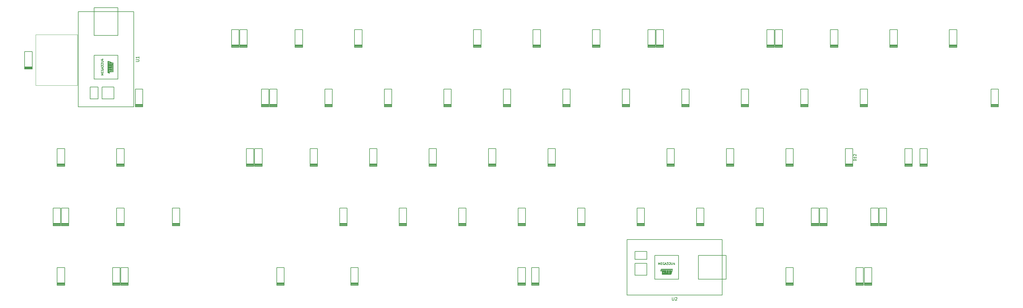
<source format=gbr>
%TF.GenerationSoftware,KiCad,Pcbnew,5.99.0+really5.1.10+dfsg1-1*%
%TF.CreationDate,2021-06-30T17:07:37-04:00*%
%TF.ProjectId,Pikatea Keyboard Teensy2,50696b61-7465-4612-904b-6579626f6172,rev?*%
%TF.SameCoordinates,Original*%
%TF.FileFunction,Legend,Top*%
%TF.FilePolarity,Positive*%
%FSLAX46Y46*%
G04 Gerber Fmt 4.6, Leading zero omitted, Abs format (unit mm)*
G04 Created by KiCad (PCBNEW 5.99.0+really5.1.10+dfsg1-1) date 2021-06-30 17:07:37*
%MOMM*%
%LPD*%
G01*
G04 APERTURE LIST*
%ADD10C,0.200000*%
%ADD11C,0.150000*%
%ADD12C,0.100000*%
%ADD13C,0.120000*%
G04 APERTURE END LIST*
D10*
%TO.C,D70*%
X11881000Y-133012000D02*
X14281000Y-133012000D01*
X11881000Y-133112000D02*
X14281000Y-133112000D01*
X11881000Y-133212000D02*
X14281000Y-133212000D01*
X11881000Y-133387000D02*
X14281000Y-133387000D01*
X11881000Y-133562000D02*
X14281000Y-133562000D01*
X11881000Y-133737000D02*
X14281000Y-133737000D01*
X11881000Y-133737000D02*
X11881000Y-128137000D01*
X11881000Y-128137000D02*
X14281000Y-128137000D01*
X14281000Y-128137000D02*
X14281000Y-133737000D01*
%TO.C,D69*%
X-35426500Y-82847000D02*
X-33026500Y-82847000D01*
X-35426500Y-82947000D02*
X-33026500Y-82947000D01*
X-35426500Y-83047000D02*
X-33026500Y-83047000D01*
X-35426500Y-83222000D02*
X-33026500Y-83222000D01*
X-35426500Y-83397000D02*
X-33026500Y-83397000D01*
X-35426500Y-83572000D02*
X-33026500Y-83572000D01*
X-35426500Y-83572000D02*
X-35426500Y-77972000D01*
X-35426500Y-77972000D02*
X-33026500Y-77972000D01*
X-33026500Y-77972000D02*
X-33026500Y-83572000D01*
%TO.C,D68*%
X30804000Y-75862000D02*
X33204000Y-75862000D01*
X30804000Y-75962000D02*
X33204000Y-75962000D01*
X30804000Y-76062000D02*
X33204000Y-76062000D01*
X30804000Y-76237000D02*
X33204000Y-76237000D01*
X30804000Y-76412000D02*
X33204000Y-76412000D01*
X30804000Y-76587000D02*
X33204000Y-76587000D01*
X30804000Y-76587000D02*
X30804000Y-70987000D01*
X30804000Y-70987000D02*
X33204000Y-70987000D01*
X33204000Y-70987000D02*
X33204000Y-76587000D01*
%TO.C,D67*%
X33471000Y-75862000D02*
X35871000Y-75862000D01*
X33471000Y-75962000D02*
X35871000Y-75962000D01*
X33471000Y-76062000D02*
X35871000Y-76062000D01*
X33471000Y-76237000D02*
X35871000Y-76237000D01*
X33471000Y-76412000D02*
X35871000Y-76412000D01*
X33471000Y-76587000D02*
X35871000Y-76587000D01*
X33471000Y-76587000D02*
X33471000Y-70987000D01*
X33471000Y-70987000D02*
X35871000Y-70987000D01*
X35871000Y-70987000D02*
X35871000Y-76587000D01*
%TO.C,D66*%
X51187500Y-75862000D02*
X53587500Y-75862000D01*
X51187500Y-75962000D02*
X53587500Y-75962000D01*
X51187500Y-76062000D02*
X53587500Y-76062000D01*
X51187500Y-76237000D02*
X53587500Y-76237000D01*
X51187500Y-76412000D02*
X53587500Y-76412000D01*
X51187500Y-76587000D02*
X53587500Y-76587000D01*
X51187500Y-76587000D02*
X51187500Y-70987000D01*
X51187500Y-70987000D02*
X53587500Y-70987000D01*
X53587500Y-70987000D02*
X53587500Y-76587000D01*
%TO.C,D65*%
X70237500Y-75862000D02*
X72637500Y-75862000D01*
X70237500Y-75962000D02*
X72637500Y-75962000D01*
X70237500Y-76062000D02*
X72637500Y-76062000D01*
X70237500Y-76237000D02*
X72637500Y-76237000D01*
X70237500Y-76412000D02*
X72637500Y-76412000D01*
X70237500Y-76587000D02*
X72637500Y-76587000D01*
X70237500Y-76587000D02*
X70237500Y-70987000D01*
X70237500Y-70987000D02*
X72637500Y-70987000D01*
X72637500Y-70987000D02*
X72637500Y-76587000D01*
%TO.C,D64*%
X108337500Y-75862000D02*
X110737500Y-75862000D01*
X108337500Y-75962000D02*
X110737500Y-75962000D01*
X108337500Y-76062000D02*
X110737500Y-76062000D01*
X108337500Y-76237000D02*
X110737500Y-76237000D01*
X108337500Y-76412000D02*
X110737500Y-76412000D01*
X108337500Y-76587000D02*
X110737500Y-76587000D01*
X108337500Y-76587000D02*
X108337500Y-70987000D01*
X108337500Y-70987000D02*
X110737500Y-70987000D01*
X110737500Y-70987000D02*
X110737500Y-76587000D01*
%TO.C,D63*%
X127387500Y-75862000D02*
X129787500Y-75862000D01*
X127387500Y-75962000D02*
X129787500Y-75962000D01*
X127387500Y-76062000D02*
X129787500Y-76062000D01*
X127387500Y-76237000D02*
X129787500Y-76237000D01*
X127387500Y-76412000D02*
X129787500Y-76412000D01*
X127387500Y-76587000D02*
X129787500Y-76587000D01*
X127387500Y-76587000D02*
X127387500Y-70987000D01*
X127387500Y-70987000D02*
X129787500Y-70987000D01*
X129787500Y-70987000D02*
X129787500Y-76587000D01*
%TO.C,D62*%
X146437500Y-75862000D02*
X148837500Y-75862000D01*
X146437500Y-75962000D02*
X148837500Y-75962000D01*
X146437500Y-76062000D02*
X148837500Y-76062000D01*
X146437500Y-76237000D02*
X148837500Y-76237000D01*
X146437500Y-76412000D02*
X148837500Y-76412000D01*
X146437500Y-76587000D02*
X148837500Y-76587000D01*
X146437500Y-76587000D02*
X146437500Y-70987000D01*
X146437500Y-70987000D02*
X148837500Y-70987000D01*
X148837500Y-70987000D02*
X148837500Y-76587000D01*
%TO.C,D61*%
X164154000Y-75862000D02*
X166554000Y-75862000D01*
X164154000Y-75962000D02*
X166554000Y-75962000D01*
X164154000Y-76062000D02*
X166554000Y-76062000D01*
X164154000Y-76237000D02*
X166554000Y-76237000D01*
X164154000Y-76412000D02*
X166554000Y-76412000D01*
X164154000Y-76587000D02*
X166554000Y-76587000D01*
X164154000Y-76587000D02*
X164154000Y-70987000D01*
X164154000Y-70987000D02*
X166554000Y-70987000D01*
X166554000Y-70987000D02*
X166554000Y-76587000D01*
%TO.C,D60*%
X166821000Y-75862000D02*
X169221000Y-75862000D01*
X166821000Y-75962000D02*
X169221000Y-75962000D01*
X166821000Y-76062000D02*
X169221000Y-76062000D01*
X166821000Y-76237000D02*
X169221000Y-76237000D01*
X166821000Y-76412000D02*
X169221000Y-76412000D01*
X166821000Y-76587000D02*
X169221000Y-76587000D01*
X166821000Y-76587000D02*
X166821000Y-70987000D01*
X166821000Y-70987000D02*
X169221000Y-70987000D01*
X169221000Y-70987000D02*
X169221000Y-76587000D01*
%TO.C,D59*%
X202254000Y-75862000D02*
X204654000Y-75862000D01*
X202254000Y-75962000D02*
X204654000Y-75962000D01*
X202254000Y-76062000D02*
X204654000Y-76062000D01*
X202254000Y-76237000D02*
X204654000Y-76237000D01*
X202254000Y-76412000D02*
X204654000Y-76412000D01*
X202254000Y-76587000D02*
X204654000Y-76587000D01*
X202254000Y-76587000D02*
X202254000Y-70987000D01*
X202254000Y-70987000D02*
X204654000Y-70987000D01*
X204654000Y-70987000D02*
X204654000Y-76587000D01*
%TO.C,D58*%
X204921000Y-75862000D02*
X207321000Y-75862000D01*
X204921000Y-75962000D02*
X207321000Y-75962000D01*
X204921000Y-76062000D02*
X207321000Y-76062000D01*
X204921000Y-76237000D02*
X207321000Y-76237000D01*
X204921000Y-76412000D02*
X207321000Y-76412000D01*
X204921000Y-76587000D02*
X207321000Y-76587000D01*
X204921000Y-76587000D02*
X204921000Y-70987000D01*
X204921000Y-70987000D02*
X207321000Y-70987000D01*
X207321000Y-70987000D02*
X207321000Y-76587000D01*
%TO.C,D57*%
X222637500Y-75862000D02*
X225037500Y-75862000D01*
X222637500Y-75962000D02*
X225037500Y-75962000D01*
X222637500Y-76062000D02*
X225037500Y-76062000D01*
X222637500Y-76237000D02*
X225037500Y-76237000D01*
X222637500Y-76412000D02*
X225037500Y-76412000D01*
X222637500Y-76587000D02*
X225037500Y-76587000D01*
X222637500Y-76587000D02*
X222637500Y-70987000D01*
X222637500Y-70987000D02*
X225037500Y-70987000D01*
X225037500Y-70987000D02*
X225037500Y-76587000D01*
%TO.C,D56*%
X241687500Y-75862000D02*
X244087500Y-75862000D01*
X241687500Y-75962000D02*
X244087500Y-75962000D01*
X241687500Y-76062000D02*
X244087500Y-76062000D01*
X241687500Y-76237000D02*
X244087500Y-76237000D01*
X241687500Y-76412000D02*
X244087500Y-76412000D01*
X241687500Y-76587000D02*
X244087500Y-76587000D01*
X241687500Y-76587000D02*
X241687500Y-70987000D01*
X241687500Y-70987000D02*
X244087500Y-70987000D01*
X244087500Y-70987000D02*
X244087500Y-76587000D01*
%TO.C,D54*%
X-26346000Y-133012000D02*
X-23946000Y-133012000D01*
X-26346000Y-133112000D02*
X-23946000Y-133112000D01*
X-26346000Y-133212000D02*
X-23946000Y-133212000D01*
X-26346000Y-133387000D02*
X-23946000Y-133387000D01*
X-26346000Y-133562000D02*
X-23946000Y-133562000D01*
X-26346000Y-133737000D02*
X-23946000Y-133737000D01*
X-26346000Y-133737000D02*
X-26346000Y-128137000D01*
X-26346000Y-128137000D02*
X-23946000Y-128137000D01*
X-23946000Y-128137000D02*
X-23946000Y-133737000D01*
%TO.C,D53*%
X-25012500Y-113962000D02*
X-22612500Y-113962000D01*
X-25012500Y-114062000D02*
X-22612500Y-114062000D01*
X-25012500Y-114162000D02*
X-22612500Y-114162000D01*
X-25012500Y-114337000D02*
X-22612500Y-114337000D01*
X-25012500Y-114512000D02*
X-22612500Y-114512000D01*
X-25012500Y-114687000D02*
X-22612500Y-114687000D01*
X-25012500Y-114687000D02*
X-25012500Y-109087000D01*
X-25012500Y-109087000D02*
X-22612500Y-109087000D01*
X-22612500Y-109087000D02*
X-22612500Y-114687000D01*
%TO.C,D52*%
X-25012500Y-152062000D02*
X-22612500Y-152062000D01*
X-25012500Y-152162000D02*
X-22612500Y-152162000D01*
X-25012500Y-152262000D02*
X-22612500Y-152262000D01*
X-25012500Y-152437000D02*
X-22612500Y-152437000D01*
X-25012500Y-152612000D02*
X-22612500Y-152612000D01*
X-25012500Y-152787000D02*
X-22612500Y-152787000D01*
X-25012500Y-152787000D02*
X-25012500Y-147187000D01*
X-25012500Y-147187000D02*
X-22612500Y-147187000D01*
X-22612500Y-147187000D02*
X-22612500Y-152787000D01*
%TO.C,D51*%
X-23679000Y-133012000D02*
X-21279000Y-133012000D01*
X-23679000Y-133112000D02*
X-21279000Y-133112000D01*
X-23679000Y-133212000D02*
X-21279000Y-133212000D01*
X-23679000Y-133387000D02*
X-21279000Y-133387000D01*
X-23679000Y-133562000D02*
X-21279000Y-133562000D01*
X-23679000Y-133737000D02*
X-21279000Y-133737000D01*
X-23679000Y-133737000D02*
X-23679000Y-128137000D01*
X-23679000Y-128137000D02*
X-21279000Y-128137000D01*
X-21279000Y-128137000D02*
X-21279000Y-133737000D01*
%TO.C,D50*%
X-5962500Y-113962000D02*
X-3562500Y-113962000D01*
X-5962500Y-114062000D02*
X-3562500Y-114062000D01*
X-5962500Y-114162000D02*
X-3562500Y-114162000D01*
X-5962500Y-114337000D02*
X-3562500Y-114337000D01*
X-5962500Y-114512000D02*
X-3562500Y-114512000D01*
X-5962500Y-114687000D02*
X-3562500Y-114687000D01*
X-5962500Y-114687000D02*
X-5962500Y-109087000D01*
X-5962500Y-109087000D02*
X-3562500Y-109087000D01*
X-3562500Y-109087000D02*
X-3562500Y-114687000D01*
%TO.C,D49*%
X-7296000Y-152062000D02*
X-4896000Y-152062000D01*
X-7296000Y-152162000D02*
X-4896000Y-152162000D01*
X-7296000Y-152262000D02*
X-4896000Y-152262000D01*
X-7296000Y-152437000D02*
X-4896000Y-152437000D01*
X-7296000Y-152612000D02*
X-4896000Y-152612000D01*
X-7296000Y-152787000D02*
X-4896000Y-152787000D01*
X-7296000Y-152787000D02*
X-7296000Y-147187000D01*
X-7296000Y-147187000D02*
X-4896000Y-147187000D01*
X-4896000Y-147187000D02*
X-4896000Y-152787000D01*
%TO.C,D48*%
X-5962500Y-133012000D02*
X-3562500Y-133012000D01*
X-5962500Y-133112000D02*
X-3562500Y-133112000D01*
X-5962500Y-133212000D02*
X-3562500Y-133212000D01*
X-5962500Y-133387000D02*
X-3562500Y-133387000D01*
X-5962500Y-133562000D02*
X-3562500Y-133562000D01*
X-5962500Y-133737000D02*
X-3562500Y-133737000D01*
X-5962500Y-133737000D02*
X-5962500Y-128137000D01*
X-5962500Y-128137000D02*
X-3562500Y-128137000D01*
X-3562500Y-128137000D02*
X-3562500Y-133737000D01*
%TO.C,D47*%
X6500Y-94912000D02*
X2406500Y-94912000D01*
X6500Y-95012000D02*
X2406500Y-95012000D01*
X6500Y-95112000D02*
X2406500Y-95112000D01*
X6500Y-95287000D02*
X2406500Y-95287000D01*
X6500Y-95462000D02*
X2406500Y-95462000D01*
X6500Y-95637000D02*
X2406500Y-95637000D01*
X6500Y-95637000D02*
X6500Y-90037000D01*
X6500Y-90037000D02*
X2406500Y-90037000D01*
X2406500Y-90037000D02*
X2406500Y-95637000D01*
%TO.C,D46*%
X-4629000Y-152062000D02*
X-2229000Y-152062000D01*
X-4629000Y-152162000D02*
X-2229000Y-152162000D01*
X-4629000Y-152262000D02*
X-2229000Y-152262000D01*
X-4629000Y-152437000D02*
X-2229000Y-152437000D01*
X-4629000Y-152612000D02*
X-2229000Y-152612000D01*
X-4629000Y-152787000D02*
X-2229000Y-152787000D01*
X-4629000Y-152787000D02*
X-4629000Y-147187000D01*
X-4629000Y-147187000D02*
X-2229000Y-147187000D01*
X-2229000Y-147187000D02*
X-2229000Y-152787000D01*
%TO.C,D45*%
X35566500Y-113962000D02*
X37966500Y-113962000D01*
X35566500Y-114062000D02*
X37966500Y-114062000D01*
X35566500Y-114162000D02*
X37966500Y-114162000D01*
X35566500Y-114337000D02*
X37966500Y-114337000D01*
X35566500Y-114512000D02*
X37966500Y-114512000D01*
X35566500Y-114687000D02*
X37966500Y-114687000D01*
X35566500Y-114687000D02*
X35566500Y-109087000D01*
X35566500Y-109087000D02*
X37966500Y-109087000D01*
X37966500Y-109087000D02*
X37966500Y-114687000D01*
%TO.C,D44*%
X40392500Y-94912000D02*
X42792500Y-94912000D01*
X40392500Y-95012000D02*
X42792500Y-95012000D01*
X40392500Y-95112000D02*
X42792500Y-95112000D01*
X40392500Y-95287000D02*
X42792500Y-95287000D01*
X40392500Y-95462000D02*
X42792500Y-95462000D01*
X40392500Y-95637000D02*
X42792500Y-95637000D01*
X40392500Y-95637000D02*
X40392500Y-90037000D01*
X40392500Y-90037000D02*
X42792500Y-90037000D01*
X42792500Y-90037000D02*
X42792500Y-95637000D01*
%TO.C,D43*%
X45282000Y-152062000D02*
X47682000Y-152062000D01*
X45282000Y-152162000D02*
X47682000Y-152162000D01*
X45282000Y-152262000D02*
X47682000Y-152262000D01*
X45282000Y-152437000D02*
X47682000Y-152437000D01*
X45282000Y-152612000D02*
X47682000Y-152612000D01*
X45282000Y-152787000D02*
X47682000Y-152787000D01*
X45282000Y-152787000D02*
X45282000Y-147187000D01*
X45282000Y-147187000D02*
X47682000Y-147187000D01*
X47682000Y-147187000D02*
X47682000Y-152787000D01*
%TO.C,D42*%
X38233500Y-113962000D02*
X40633500Y-113962000D01*
X38233500Y-114062000D02*
X40633500Y-114062000D01*
X38233500Y-114162000D02*
X40633500Y-114162000D01*
X38233500Y-114337000D02*
X40633500Y-114337000D01*
X38233500Y-114512000D02*
X40633500Y-114512000D01*
X38233500Y-114687000D02*
X40633500Y-114687000D01*
X38233500Y-114687000D02*
X38233500Y-109087000D01*
X38233500Y-109087000D02*
X40633500Y-109087000D01*
X40633500Y-109087000D02*
X40633500Y-114687000D01*
%TO.C,D41*%
X42996000Y-94912000D02*
X45396000Y-94912000D01*
X42996000Y-95012000D02*
X45396000Y-95012000D01*
X42996000Y-95112000D02*
X45396000Y-95112000D01*
X42996000Y-95287000D02*
X45396000Y-95287000D01*
X42996000Y-95462000D02*
X45396000Y-95462000D01*
X42996000Y-95637000D02*
X45396000Y-95637000D01*
X42996000Y-95637000D02*
X42996000Y-90037000D01*
X42996000Y-90037000D02*
X45396000Y-90037000D01*
X45396000Y-90037000D02*
X45396000Y-95637000D01*
%TO.C,D40*%
X69031000Y-152062000D02*
X71431000Y-152062000D01*
X69031000Y-152162000D02*
X71431000Y-152162000D01*
X69031000Y-152262000D02*
X71431000Y-152262000D01*
X69031000Y-152437000D02*
X71431000Y-152437000D01*
X69031000Y-152612000D02*
X71431000Y-152612000D01*
X69031000Y-152787000D02*
X71431000Y-152787000D01*
X69031000Y-152787000D02*
X69031000Y-147187000D01*
X69031000Y-147187000D02*
X71431000Y-147187000D01*
X71431000Y-147187000D02*
X71431000Y-152787000D01*
%TO.C,D39*%
X65475000Y-133012000D02*
X67875000Y-133012000D01*
X65475000Y-133112000D02*
X67875000Y-133112000D01*
X65475000Y-133212000D02*
X67875000Y-133212000D01*
X65475000Y-133387000D02*
X67875000Y-133387000D01*
X65475000Y-133562000D02*
X67875000Y-133562000D01*
X65475000Y-133737000D02*
X67875000Y-133737000D01*
X65475000Y-133737000D02*
X65475000Y-128137000D01*
X65475000Y-128137000D02*
X67875000Y-128137000D01*
X67875000Y-128137000D02*
X67875000Y-133737000D01*
%TO.C,D38*%
X55950000Y-113962000D02*
X58350000Y-113962000D01*
X55950000Y-114062000D02*
X58350000Y-114062000D01*
X55950000Y-114162000D02*
X58350000Y-114162000D01*
X55950000Y-114337000D02*
X58350000Y-114337000D01*
X55950000Y-114512000D02*
X58350000Y-114512000D01*
X55950000Y-114687000D02*
X58350000Y-114687000D01*
X55950000Y-114687000D02*
X55950000Y-109087000D01*
X55950000Y-109087000D02*
X58350000Y-109087000D01*
X58350000Y-109087000D02*
X58350000Y-114687000D01*
%TO.C,D37*%
X60712500Y-94912000D02*
X63112500Y-94912000D01*
X60712500Y-95012000D02*
X63112500Y-95012000D01*
X60712500Y-95112000D02*
X63112500Y-95112000D01*
X60712500Y-95287000D02*
X63112500Y-95287000D01*
X60712500Y-95462000D02*
X63112500Y-95462000D01*
X60712500Y-95637000D02*
X63112500Y-95637000D01*
X60712500Y-95637000D02*
X60712500Y-90037000D01*
X60712500Y-90037000D02*
X63112500Y-90037000D01*
X63112500Y-90037000D02*
X63112500Y-95637000D01*
%TO.C,D36*%
X122561500Y-152062000D02*
X124961500Y-152062000D01*
X122561500Y-152162000D02*
X124961500Y-152162000D01*
X122561500Y-152262000D02*
X124961500Y-152262000D01*
X122561500Y-152437000D02*
X124961500Y-152437000D01*
X122561500Y-152612000D02*
X124961500Y-152612000D01*
X122561500Y-152787000D02*
X124961500Y-152787000D01*
X122561500Y-152787000D02*
X122561500Y-147187000D01*
X122561500Y-147187000D02*
X124961500Y-147187000D01*
X124961500Y-147187000D02*
X124961500Y-152787000D01*
%TO.C,D35*%
X84525000Y-133012000D02*
X86925000Y-133012000D01*
X84525000Y-133112000D02*
X86925000Y-133112000D01*
X84525000Y-133212000D02*
X86925000Y-133212000D01*
X84525000Y-133387000D02*
X86925000Y-133387000D01*
X84525000Y-133562000D02*
X86925000Y-133562000D01*
X84525000Y-133737000D02*
X86925000Y-133737000D01*
X84525000Y-133737000D02*
X84525000Y-128137000D01*
X84525000Y-128137000D02*
X86925000Y-128137000D01*
X86925000Y-128137000D02*
X86925000Y-133737000D01*
%TO.C,D34*%
X75000000Y-113962000D02*
X77400000Y-113962000D01*
X75000000Y-114062000D02*
X77400000Y-114062000D01*
X75000000Y-114162000D02*
X77400000Y-114162000D01*
X75000000Y-114337000D02*
X77400000Y-114337000D01*
X75000000Y-114512000D02*
X77400000Y-114512000D01*
X75000000Y-114687000D02*
X77400000Y-114687000D01*
X75000000Y-114687000D02*
X75000000Y-109087000D01*
X75000000Y-109087000D02*
X77400000Y-109087000D01*
X77400000Y-109087000D02*
X77400000Y-114687000D01*
%TO.C,D33*%
X79762500Y-94912000D02*
X82162500Y-94912000D01*
X79762500Y-95012000D02*
X82162500Y-95012000D01*
X79762500Y-95112000D02*
X82162500Y-95112000D01*
X79762500Y-95287000D02*
X82162500Y-95287000D01*
X79762500Y-95462000D02*
X82162500Y-95462000D01*
X79762500Y-95637000D02*
X82162500Y-95637000D01*
X79762500Y-95637000D02*
X79762500Y-90037000D01*
X79762500Y-90037000D02*
X82162500Y-90037000D01*
X82162500Y-90037000D02*
X82162500Y-95637000D01*
%TO.C,D32*%
X103575000Y-133012000D02*
X105975000Y-133012000D01*
X103575000Y-133112000D02*
X105975000Y-133112000D01*
X103575000Y-133212000D02*
X105975000Y-133212000D01*
X103575000Y-133387000D02*
X105975000Y-133387000D01*
X103575000Y-133562000D02*
X105975000Y-133562000D01*
X103575000Y-133737000D02*
X105975000Y-133737000D01*
X103575000Y-133737000D02*
X103575000Y-128137000D01*
X103575000Y-128137000D02*
X105975000Y-128137000D01*
X105975000Y-128137000D02*
X105975000Y-133737000D01*
%TO.C,D31*%
X94050000Y-113962000D02*
X96450000Y-113962000D01*
X94050000Y-114062000D02*
X96450000Y-114062000D01*
X94050000Y-114162000D02*
X96450000Y-114162000D01*
X94050000Y-114337000D02*
X96450000Y-114337000D01*
X94050000Y-114512000D02*
X96450000Y-114512000D01*
X94050000Y-114687000D02*
X96450000Y-114687000D01*
X94050000Y-114687000D02*
X94050000Y-109087000D01*
X94050000Y-109087000D02*
X96450000Y-109087000D01*
X96450000Y-109087000D02*
X96450000Y-114687000D01*
%TO.C,D30*%
X98812500Y-94912000D02*
X101212500Y-94912000D01*
X98812500Y-95012000D02*
X101212500Y-95012000D01*
X98812500Y-95112000D02*
X101212500Y-95112000D01*
X98812500Y-95287000D02*
X101212500Y-95287000D01*
X98812500Y-95462000D02*
X101212500Y-95462000D01*
X98812500Y-95637000D02*
X101212500Y-95637000D01*
X98812500Y-95637000D02*
X98812500Y-90037000D01*
X98812500Y-90037000D02*
X101212500Y-90037000D01*
X101212500Y-90037000D02*
X101212500Y-95637000D01*
%TO.C,D29*%
X122625000Y-133012000D02*
X125025000Y-133012000D01*
X122625000Y-133112000D02*
X125025000Y-133112000D01*
X122625000Y-133212000D02*
X125025000Y-133212000D01*
X122625000Y-133387000D02*
X125025000Y-133387000D01*
X122625000Y-133562000D02*
X125025000Y-133562000D01*
X122625000Y-133737000D02*
X125025000Y-133737000D01*
X122625000Y-133737000D02*
X122625000Y-128137000D01*
X122625000Y-128137000D02*
X125025000Y-128137000D01*
X125025000Y-128137000D02*
X125025000Y-133737000D01*
%TO.C,D28*%
X113100000Y-113962000D02*
X115500000Y-113962000D01*
X113100000Y-114062000D02*
X115500000Y-114062000D01*
X113100000Y-114162000D02*
X115500000Y-114162000D01*
X113100000Y-114337000D02*
X115500000Y-114337000D01*
X113100000Y-114512000D02*
X115500000Y-114512000D01*
X113100000Y-114687000D02*
X115500000Y-114687000D01*
X113100000Y-114687000D02*
X113100000Y-109087000D01*
X113100000Y-109087000D02*
X115500000Y-109087000D01*
X115500000Y-109087000D02*
X115500000Y-114687000D01*
%TO.C,D27*%
X117862500Y-94912000D02*
X120262500Y-94912000D01*
X117862500Y-95012000D02*
X120262500Y-95012000D01*
X117862500Y-95112000D02*
X120262500Y-95112000D01*
X117862500Y-95287000D02*
X120262500Y-95287000D01*
X117862500Y-95462000D02*
X120262500Y-95462000D01*
X117862500Y-95637000D02*
X120262500Y-95637000D01*
X117862500Y-95637000D02*
X117862500Y-90037000D01*
X117862500Y-90037000D02*
X120262500Y-90037000D01*
X120262500Y-90037000D02*
X120262500Y-95637000D01*
%TO.C,D26*%
X141675000Y-133012000D02*
X144075000Y-133012000D01*
X141675000Y-133112000D02*
X144075000Y-133112000D01*
X141675000Y-133212000D02*
X144075000Y-133212000D01*
X141675000Y-133387000D02*
X144075000Y-133387000D01*
X141675000Y-133562000D02*
X144075000Y-133562000D01*
X141675000Y-133737000D02*
X144075000Y-133737000D01*
X141675000Y-133737000D02*
X141675000Y-128137000D01*
X141675000Y-128137000D02*
X144075000Y-128137000D01*
X144075000Y-128137000D02*
X144075000Y-133737000D01*
%TO.C,D25*%
X132150000Y-113962000D02*
X134550000Y-113962000D01*
X132150000Y-114062000D02*
X134550000Y-114062000D01*
X132150000Y-114162000D02*
X134550000Y-114162000D01*
X132150000Y-114337000D02*
X134550000Y-114337000D01*
X132150000Y-114512000D02*
X134550000Y-114512000D01*
X132150000Y-114687000D02*
X134550000Y-114687000D01*
X132150000Y-114687000D02*
X132150000Y-109087000D01*
X132150000Y-109087000D02*
X134550000Y-109087000D01*
X134550000Y-109087000D02*
X134550000Y-114687000D01*
%TO.C,D24*%
X126943000Y-152062000D02*
X129343000Y-152062000D01*
X126943000Y-152162000D02*
X129343000Y-152162000D01*
X126943000Y-152262000D02*
X129343000Y-152262000D01*
X126943000Y-152437000D02*
X129343000Y-152437000D01*
X126943000Y-152612000D02*
X129343000Y-152612000D01*
X126943000Y-152787000D02*
X129343000Y-152787000D01*
X126943000Y-152787000D02*
X126943000Y-147187000D01*
X126943000Y-147187000D02*
X129343000Y-147187000D01*
X129343000Y-147187000D02*
X129343000Y-152787000D01*
%TO.C,D23*%
X136912500Y-94912000D02*
X139312500Y-94912000D01*
X136912500Y-95012000D02*
X139312500Y-95012000D01*
X136912500Y-95112000D02*
X139312500Y-95112000D01*
X136912500Y-95287000D02*
X139312500Y-95287000D01*
X136912500Y-95462000D02*
X139312500Y-95462000D01*
X136912500Y-95637000D02*
X139312500Y-95637000D01*
X136912500Y-95637000D02*
X136912500Y-90037000D01*
X136912500Y-90037000D02*
X139312500Y-90037000D01*
X139312500Y-90037000D02*
X139312500Y-95637000D01*
%TO.C,D22*%
X160725000Y-133012000D02*
X163125000Y-133012000D01*
X160725000Y-133112000D02*
X163125000Y-133112000D01*
X160725000Y-133212000D02*
X163125000Y-133212000D01*
X160725000Y-133387000D02*
X163125000Y-133387000D01*
X160725000Y-133562000D02*
X163125000Y-133562000D01*
X160725000Y-133737000D02*
X163125000Y-133737000D01*
X160725000Y-133737000D02*
X160725000Y-128137000D01*
X160725000Y-128137000D02*
X163125000Y-128137000D01*
X163125000Y-128137000D02*
X163125000Y-133737000D01*
%TO.C,D21*%
X170250000Y-113962000D02*
X172650000Y-113962000D01*
X170250000Y-114062000D02*
X172650000Y-114062000D01*
X170250000Y-114162000D02*
X172650000Y-114162000D01*
X170250000Y-114337000D02*
X172650000Y-114337000D01*
X170250000Y-114512000D02*
X172650000Y-114512000D01*
X170250000Y-114687000D02*
X172650000Y-114687000D01*
X170250000Y-114687000D02*
X170250000Y-109087000D01*
X170250000Y-109087000D02*
X172650000Y-109087000D01*
X172650000Y-109087000D02*
X172650000Y-114687000D01*
%TO.C,D20*%
X155962500Y-94912000D02*
X158362500Y-94912000D01*
X155962500Y-95012000D02*
X158362500Y-95012000D01*
X155962500Y-95112000D02*
X158362500Y-95112000D01*
X155962500Y-95287000D02*
X158362500Y-95287000D01*
X155962500Y-95462000D02*
X158362500Y-95462000D01*
X155962500Y-95637000D02*
X158362500Y-95637000D01*
X155962500Y-95637000D02*
X155962500Y-90037000D01*
X155962500Y-90037000D02*
X158362500Y-90037000D01*
X158362500Y-90037000D02*
X158362500Y-95637000D01*
%TO.C,D19*%
X179775000Y-133012000D02*
X182175000Y-133012000D01*
X179775000Y-133112000D02*
X182175000Y-133112000D01*
X179775000Y-133212000D02*
X182175000Y-133212000D01*
X179775000Y-133387000D02*
X182175000Y-133387000D01*
X179775000Y-133562000D02*
X182175000Y-133562000D01*
X179775000Y-133737000D02*
X182175000Y-133737000D01*
X179775000Y-133737000D02*
X179775000Y-128137000D01*
X179775000Y-128137000D02*
X182175000Y-128137000D01*
X182175000Y-128137000D02*
X182175000Y-133737000D01*
%TO.C,D18*%
X189300000Y-113962000D02*
X191700000Y-113962000D01*
X189300000Y-114062000D02*
X191700000Y-114062000D01*
X189300000Y-114162000D02*
X191700000Y-114162000D01*
X189300000Y-114337000D02*
X191700000Y-114337000D01*
X189300000Y-114512000D02*
X191700000Y-114512000D01*
X189300000Y-114687000D02*
X191700000Y-114687000D01*
X189300000Y-114687000D02*
X189300000Y-109087000D01*
X189300000Y-109087000D02*
X191700000Y-109087000D01*
X191700000Y-109087000D02*
X191700000Y-114687000D01*
%TO.C,D17*%
X175012500Y-94912000D02*
X177412500Y-94912000D01*
X175012500Y-95012000D02*
X177412500Y-95012000D01*
X175012500Y-95112000D02*
X177412500Y-95112000D01*
X175012500Y-95287000D02*
X177412500Y-95287000D01*
X175012500Y-95462000D02*
X177412500Y-95462000D01*
X175012500Y-95637000D02*
X177412500Y-95637000D01*
X175012500Y-95637000D02*
X175012500Y-90037000D01*
X175012500Y-90037000D02*
X177412500Y-90037000D01*
X177412500Y-90037000D02*
X177412500Y-95637000D01*
%TO.C,D16*%
X198825000Y-133012000D02*
X201225000Y-133012000D01*
X198825000Y-133112000D02*
X201225000Y-133112000D01*
X198825000Y-133212000D02*
X201225000Y-133212000D01*
X198825000Y-133387000D02*
X201225000Y-133387000D01*
X198825000Y-133562000D02*
X201225000Y-133562000D01*
X198825000Y-133737000D02*
X201225000Y-133737000D01*
X198825000Y-133737000D02*
X198825000Y-128137000D01*
X198825000Y-128137000D02*
X201225000Y-128137000D01*
X201225000Y-128137000D02*
X201225000Y-133737000D01*
%TO.C,D15*%
X208350000Y-113962000D02*
X210750000Y-113962000D01*
X208350000Y-114062000D02*
X210750000Y-114062000D01*
X208350000Y-114162000D02*
X210750000Y-114162000D01*
X208350000Y-114337000D02*
X210750000Y-114337000D01*
X208350000Y-114512000D02*
X210750000Y-114512000D01*
X208350000Y-114687000D02*
X210750000Y-114687000D01*
X208350000Y-114687000D02*
X208350000Y-109087000D01*
X208350000Y-109087000D02*
X210750000Y-109087000D01*
X210750000Y-109087000D02*
X210750000Y-114687000D01*
%TO.C,D14*%
X194062500Y-94912000D02*
X196462500Y-94912000D01*
X194062500Y-95012000D02*
X196462500Y-95012000D01*
X194062500Y-95112000D02*
X196462500Y-95112000D01*
X194062500Y-95287000D02*
X196462500Y-95287000D01*
X194062500Y-95462000D02*
X196462500Y-95462000D01*
X194062500Y-95637000D02*
X196462500Y-95637000D01*
X194062500Y-95637000D02*
X194062500Y-90037000D01*
X194062500Y-90037000D02*
X196462500Y-90037000D01*
X196462500Y-90037000D02*
X196462500Y-95637000D01*
%TO.C,D13*%
X216541500Y-133012000D02*
X218941500Y-133012000D01*
X216541500Y-133112000D02*
X218941500Y-133112000D01*
X216541500Y-133212000D02*
X218941500Y-133212000D01*
X216541500Y-133387000D02*
X218941500Y-133387000D01*
X216541500Y-133562000D02*
X218941500Y-133562000D01*
X216541500Y-133737000D02*
X218941500Y-133737000D01*
X216541500Y-133737000D02*
X216541500Y-128137000D01*
X216541500Y-128137000D02*
X218941500Y-128137000D01*
X218941500Y-128137000D02*
X218941500Y-133737000D01*
%TO.C,D12*%
X227400000Y-113962000D02*
X229800000Y-113962000D01*
X227400000Y-114062000D02*
X229800000Y-114062000D01*
X227400000Y-114162000D02*
X229800000Y-114162000D01*
X227400000Y-114337000D02*
X229800000Y-114337000D01*
X227400000Y-114512000D02*
X229800000Y-114512000D01*
X227400000Y-114687000D02*
X229800000Y-114687000D01*
X227400000Y-114687000D02*
X227400000Y-109087000D01*
X227400000Y-109087000D02*
X229800000Y-109087000D01*
X229800000Y-109087000D02*
X229800000Y-114687000D01*
%TO.C,D11*%
X213112500Y-94912000D02*
X215512500Y-94912000D01*
X213112500Y-95012000D02*
X215512500Y-95012000D01*
X213112500Y-95112000D02*
X215512500Y-95112000D01*
X213112500Y-95287000D02*
X215512500Y-95287000D01*
X213112500Y-95462000D02*
X215512500Y-95462000D01*
X213112500Y-95637000D02*
X215512500Y-95637000D01*
X213112500Y-95637000D02*
X213112500Y-90037000D01*
X213112500Y-90037000D02*
X215512500Y-90037000D01*
X215512500Y-90037000D02*
X215512500Y-95637000D01*
%TO.C,D10*%
X219208500Y-133012000D02*
X221608500Y-133012000D01*
X219208500Y-133112000D02*
X221608500Y-133112000D01*
X219208500Y-133212000D02*
X221608500Y-133212000D01*
X219208500Y-133387000D02*
X221608500Y-133387000D01*
X219208500Y-133562000D02*
X221608500Y-133562000D01*
X219208500Y-133737000D02*
X221608500Y-133737000D01*
X219208500Y-133737000D02*
X219208500Y-128137000D01*
X219208500Y-128137000D02*
X221608500Y-128137000D01*
X221608500Y-128137000D02*
X221608500Y-133737000D01*
%TO.C,D9*%
X208350000Y-152062000D02*
X210750000Y-152062000D01*
X208350000Y-152162000D02*
X210750000Y-152162000D01*
X208350000Y-152262000D02*
X210750000Y-152262000D01*
X208350000Y-152437000D02*
X210750000Y-152437000D01*
X208350000Y-152612000D02*
X210750000Y-152612000D01*
X208350000Y-152787000D02*
X210750000Y-152787000D01*
X208350000Y-152787000D02*
X208350000Y-147187000D01*
X208350000Y-147187000D02*
X210750000Y-147187000D01*
X210750000Y-147187000D02*
X210750000Y-152787000D01*
%TO.C,D8*%
X246450000Y-113962000D02*
X248850000Y-113962000D01*
X246450000Y-114062000D02*
X248850000Y-114062000D01*
X246450000Y-114162000D02*
X248850000Y-114162000D01*
X246450000Y-114337000D02*
X248850000Y-114337000D01*
X246450000Y-114512000D02*
X248850000Y-114512000D01*
X246450000Y-114687000D02*
X248850000Y-114687000D01*
X246450000Y-114687000D02*
X246450000Y-109087000D01*
X246450000Y-109087000D02*
X248850000Y-109087000D01*
X248850000Y-109087000D02*
X248850000Y-114687000D01*
%TO.C,D7*%
X232162500Y-94912000D02*
X234562500Y-94912000D01*
X232162500Y-95012000D02*
X234562500Y-95012000D01*
X232162500Y-95112000D02*
X234562500Y-95112000D01*
X232162500Y-95287000D02*
X234562500Y-95287000D01*
X232162500Y-95462000D02*
X234562500Y-95462000D01*
X232162500Y-95637000D02*
X234562500Y-95637000D01*
X232162500Y-95637000D02*
X232162500Y-90037000D01*
X232162500Y-90037000D02*
X234562500Y-90037000D01*
X234562500Y-90037000D02*
X234562500Y-95637000D01*
%TO.C,D6*%
X235591500Y-133012000D02*
X237991500Y-133012000D01*
X235591500Y-133112000D02*
X237991500Y-133112000D01*
X235591500Y-133212000D02*
X237991500Y-133212000D01*
X235591500Y-133387000D02*
X237991500Y-133387000D01*
X235591500Y-133562000D02*
X237991500Y-133562000D01*
X235591500Y-133737000D02*
X237991500Y-133737000D01*
X235591500Y-133737000D02*
X235591500Y-128137000D01*
X235591500Y-128137000D02*
X237991500Y-128137000D01*
X237991500Y-128137000D02*
X237991500Y-133737000D01*
%TO.C,D5*%
X230829000Y-152062000D02*
X233229000Y-152062000D01*
X230829000Y-152162000D02*
X233229000Y-152162000D01*
X230829000Y-152262000D02*
X233229000Y-152262000D01*
X230829000Y-152437000D02*
X233229000Y-152437000D01*
X230829000Y-152612000D02*
X233229000Y-152612000D01*
X230829000Y-152787000D02*
X233229000Y-152787000D01*
X230829000Y-152787000D02*
X230829000Y-147187000D01*
X230829000Y-147187000D02*
X233229000Y-147187000D01*
X233229000Y-147187000D02*
X233229000Y-152787000D01*
%TO.C,D4*%
X238258500Y-133012000D02*
X240658500Y-133012000D01*
X238258500Y-133112000D02*
X240658500Y-133112000D01*
X238258500Y-133212000D02*
X240658500Y-133212000D01*
X238258500Y-133387000D02*
X240658500Y-133387000D01*
X238258500Y-133562000D02*
X240658500Y-133562000D01*
X238258500Y-133737000D02*
X240658500Y-133737000D01*
X238258500Y-133737000D02*
X238258500Y-128137000D01*
X238258500Y-128137000D02*
X240658500Y-128137000D01*
X240658500Y-128137000D02*
X240658500Y-133737000D01*
%TO.C,D3*%
X251276000Y-113962000D02*
X253676000Y-113962000D01*
X251276000Y-114062000D02*
X253676000Y-114062000D01*
X251276000Y-114162000D02*
X253676000Y-114162000D01*
X251276000Y-114337000D02*
X253676000Y-114337000D01*
X251276000Y-114512000D02*
X253676000Y-114512000D01*
X251276000Y-114687000D02*
X253676000Y-114687000D01*
X251276000Y-114687000D02*
X251276000Y-109087000D01*
X251276000Y-109087000D02*
X253676000Y-109087000D01*
X253676000Y-109087000D02*
X253676000Y-114687000D01*
%TO.C,D2*%
X274072500Y-94912000D02*
X276472500Y-94912000D01*
X274072500Y-95012000D02*
X276472500Y-95012000D01*
X274072500Y-95112000D02*
X276472500Y-95112000D01*
X274072500Y-95287000D02*
X276472500Y-95287000D01*
X274072500Y-95462000D02*
X276472500Y-95462000D01*
X274072500Y-95637000D02*
X276472500Y-95637000D01*
X274072500Y-95637000D02*
X274072500Y-90037000D01*
X274072500Y-90037000D02*
X276472500Y-90037000D01*
X276472500Y-90037000D02*
X276472500Y-95637000D01*
%TO.C,D1*%
X233496000Y-152062000D02*
X235896000Y-152062000D01*
X233496000Y-152162000D02*
X235896000Y-152162000D01*
X233496000Y-152262000D02*
X235896000Y-152262000D01*
X233496000Y-152437000D02*
X235896000Y-152437000D01*
X233496000Y-152612000D02*
X235896000Y-152612000D01*
X233496000Y-152787000D02*
X235896000Y-152787000D01*
X233496000Y-152787000D02*
X233496000Y-147187000D01*
X233496000Y-147187000D02*
X235896000Y-147187000D01*
X235896000Y-147187000D02*
X235896000Y-152787000D01*
%TO.C,D55*%
X260737500Y-75862000D02*
X263137500Y-75862000D01*
X260737500Y-75962000D02*
X263137500Y-75962000D01*
X260737500Y-76062000D02*
X263137500Y-76062000D01*
X260737500Y-76237000D02*
X263137500Y-76237000D01*
X260737500Y-76412000D02*
X263137500Y-76412000D01*
X260737500Y-76587000D02*
X263137500Y-76587000D01*
X260737500Y-76587000D02*
X260737500Y-70987000D01*
X260737500Y-70987000D02*
X263137500Y-70987000D01*
X263137500Y-70987000D02*
X263137500Y-76587000D01*
D11*
%TO.C,U1*%
X-11938000Y-93091000D02*
X-11938000Y-89281000D01*
X-11938000Y-89281000D02*
X-14478000Y-89281000D01*
X-14478000Y-89281000D02*
X-14478000Y-93091000D01*
X-14478000Y-93091000D02*
X-11938000Y-93091000D01*
X-6858000Y-93091000D02*
X-6858000Y-89281000D01*
X-6858000Y-89281000D02*
X-9398000Y-89281000D01*
X-9398000Y-89281000D02*
X-10668000Y-89281000D01*
X-10668000Y-89281000D02*
X-10668000Y-93091000D01*
X-10668000Y-93091000D02*
X-6858000Y-93091000D01*
X-13208000Y-79121000D02*
X-13208000Y-86741000D01*
X-13208000Y-86741000D02*
X-5588000Y-86741000D01*
X-5588000Y-86741000D02*
X-5588000Y-79121000D01*
X-5588000Y-79121000D02*
X-13208000Y-79121000D01*
X-13208000Y-72771000D02*
X-13208000Y-63881000D01*
X-13208000Y-63881000D02*
X-5588000Y-63881000D01*
X-5588000Y-63881000D02*
X-5588000Y-72771000D01*
X-5588000Y-72771000D02*
X-13208000Y-72771000D01*
X-508000Y-65151000D02*
X-508000Y-95631000D01*
X-508000Y-95631000D02*
X-18288000Y-95631000D01*
X-18288000Y-95631000D02*
X-18288000Y-65151000D01*
X-18288000Y-65151000D02*
X-508000Y-65151000D01*
D12*
G36*
X-7493000Y-83439000D02*
G01*
X-7493000Y-84074000D01*
X-7747000Y-84074000D01*
X-7747000Y-83693000D01*
X-7874000Y-83693000D01*
X-7874000Y-84074000D01*
X-8128000Y-84074000D01*
X-8128000Y-83693000D01*
X-8255000Y-83693000D01*
X-8255000Y-84074000D01*
X-8509000Y-84074000D01*
X-8509000Y-83439000D01*
X-7493000Y-83439000D01*
G37*
X-7493000Y-83439000D02*
X-7493000Y-84074000D01*
X-7747000Y-84074000D01*
X-7747000Y-83693000D01*
X-7874000Y-83693000D01*
X-7874000Y-84074000D01*
X-8128000Y-84074000D01*
X-8128000Y-83693000D01*
X-8255000Y-83693000D01*
X-8255000Y-84074000D01*
X-8509000Y-84074000D01*
X-8509000Y-83439000D01*
X-7493000Y-83439000D01*
G36*
X-7493000Y-84201000D02*
G01*
X-8509000Y-84201000D01*
X-8509000Y-84836000D01*
X-8255000Y-84963000D01*
X-8255000Y-84455000D01*
X-7493000Y-84455000D01*
X-7493000Y-84201000D01*
G37*
X-7493000Y-84201000D02*
X-8509000Y-84201000D01*
X-8509000Y-84836000D01*
X-8255000Y-84963000D01*
X-8255000Y-84455000D01*
X-7493000Y-84455000D01*
X-7493000Y-84201000D01*
G36*
X-8509000Y-83312000D02*
G01*
X-7493000Y-83312000D01*
X-7493000Y-82296000D01*
X-8509000Y-82296000D01*
X-8509000Y-82550000D01*
X-7747000Y-82550000D01*
X-7747000Y-82677000D01*
X-8509000Y-82677000D01*
X-8509000Y-82931000D01*
X-7747000Y-82931000D01*
X-7747000Y-83058000D01*
X-8509000Y-83058000D01*
X-8509000Y-83312000D01*
G37*
X-8509000Y-83312000D02*
X-7493000Y-83312000D01*
X-7493000Y-82296000D01*
X-8509000Y-82296000D01*
X-8509000Y-82550000D01*
X-7747000Y-82550000D01*
X-7747000Y-82677000D01*
X-8509000Y-82677000D01*
X-8509000Y-82931000D01*
X-7747000Y-82931000D01*
X-7747000Y-83058000D01*
X-8509000Y-83058000D01*
X-8509000Y-83312000D01*
G36*
X-7366000Y-84455000D02*
G01*
X-7366000Y-82169000D01*
X-8509000Y-82169000D01*
X-8509000Y-81915000D01*
X-7366000Y-81915000D01*
X-7366000Y-81407000D01*
X-7112000Y-81534000D01*
X-7112000Y-84455000D01*
X-7366000Y-84455000D01*
G37*
X-7366000Y-84455000D02*
X-7366000Y-82169000D01*
X-8509000Y-82169000D01*
X-8509000Y-81915000D01*
X-7366000Y-81915000D01*
X-7366000Y-81407000D01*
X-7112000Y-81534000D01*
X-7112000Y-84455000D01*
X-7366000Y-84455000D01*
G36*
X-8509000Y-81788000D02*
G01*
X-7493000Y-81788000D01*
X-7493000Y-81407000D01*
X-8509000Y-81026000D01*
X-8509000Y-81280000D01*
X-7747000Y-81534000D01*
X-8509000Y-81534000D01*
X-8509000Y-81788000D01*
G37*
X-8509000Y-81788000D02*
X-7493000Y-81788000D01*
X-7493000Y-81407000D01*
X-8509000Y-81026000D01*
X-8509000Y-81280000D01*
X-7747000Y-81534000D01*
X-8509000Y-81534000D01*
X-8509000Y-81788000D01*
G36*
X-8636000Y-81026000D02*
G01*
X-8636000Y-84836000D01*
X-8890000Y-84709000D01*
X-8890000Y-81026000D01*
X-8636000Y-81026000D01*
G37*
X-8636000Y-81026000D02*
X-8636000Y-84836000D01*
X-8890000Y-84709000D01*
X-8890000Y-81026000D01*
X-8636000Y-81026000D01*
D11*
%TO.C,U2*%
X160020000Y-144526000D02*
X163830000Y-144526000D01*
X163830000Y-144526000D02*
X163830000Y-141986000D01*
X163830000Y-141986000D02*
X160020000Y-141986000D01*
X160020000Y-141986000D02*
X160020000Y-144526000D01*
X160020000Y-149606000D02*
X163830000Y-149606000D01*
X163830000Y-149606000D02*
X163830000Y-147066000D01*
X163830000Y-147066000D02*
X163830000Y-145796000D01*
X163830000Y-145796000D02*
X160020000Y-145796000D01*
X160020000Y-145796000D02*
X160020000Y-149606000D01*
X173990000Y-143256000D02*
X166370000Y-143256000D01*
X166370000Y-143256000D02*
X166370000Y-150876000D01*
X166370000Y-150876000D02*
X173990000Y-150876000D01*
X173990000Y-150876000D02*
X173990000Y-143256000D01*
X180340000Y-143256000D02*
X189230000Y-143256000D01*
X189230000Y-143256000D02*
X189230000Y-150876000D01*
X189230000Y-150876000D02*
X180340000Y-150876000D01*
X180340000Y-150876000D02*
X180340000Y-143256000D01*
X187960000Y-155956000D02*
X157480000Y-155956000D01*
X157480000Y-155956000D02*
X157480000Y-138176000D01*
X157480000Y-138176000D02*
X187960000Y-138176000D01*
X187960000Y-138176000D02*
X187960000Y-155956000D01*
D12*
G36*
X169672000Y-148971000D02*
G01*
X169037000Y-148971000D01*
X169037000Y-148717000D01*
X169418000Y-148717000D01*
X169418000Y-148590000D01*
X169037000Y-148590000D01*
X169037000Y-148336000D01*
X169418000Y-148336000D01*
X169418000Y-148209000D01*
X169037000Y-148209000D01*
X169037000Y-147955000D01*
X169672000Y-147955000D01*
X169672000Y-148971000D01*
G37*
X169672000Y-148971000D02*
X169037000Y-148971000D01*
X169037000Y-148717000D01*
X169418000Y-148717000D01*
X169418000Y-148590000D01*
X169037000Y-148590000D01*
X169037000Y-148336000D01*
X169418000Y-148336000D01*
X169418000Y-148209000D01*
X169037000Y-148209000D01*
X169037000Y-147955000D01*
X169672000Y-147955000D01*
X169672000Y-148971000D01*
G36*
X168910000Y-148971000D02*
G01*
X168910000Y-147955000D01*
X168275000Y-147955000D01*
X168148000Y-148209000D01*
X168656000Y-148209000D01*
X168656000Y-148971000D01*
X168910000Y-148971000D01*
G37*
X168910000Y-148971000D02*
X168910000Y-147955000D01*
X168275000Y-147955000D01*
X168148000Y-148209000D01*
X168656000Y-148209000D01*
X168656000Y-148971000D01*
X168910000Y-148971000D01*
G36*
X169799000Y-147955000D02*
G01*
X169799000Y-148971000D01*
X170815000Y-148971000D01*
X170815000Y-147955000D01*
X170561000Y-147955000D01*
X170561000Y-148717000D01*
X170434000Y-148717000D01*
X170434000Y-147955000D01*
X170180000Y-147955000D01*
X170180000Y-148717000D01*
X170053000Y-148717000D01*
X170053000Y-147955000D01*
X169799000Y-147955000D01*
G37*
X169799000Y-147955000D02*
X169799000Y-148971000D01*
X170815000Y-148971000D01*
X170815000Y-147955000D01*
X170561000Y-147955000D01*
X170561000Y-148717000D01*
X170434000Y-148717000D01*
X170434000Y-147955000D01*
X170180000Y-147955000D01*
X170180000Y-148717000D01*
X170053000Y-148717000D01*
X170053000Y-147955000D01*
X169799000Y-147955000D01*
G36*
X168656000Y-149098000D02*
G01*
X170942000Y-149098000D01*
X170942000Y-147955000D01*
X171196000Y-147955000D01*
X171196000Y-149098000D01*
X171704000Y-149098000D01*
X171577000Y-149352000D01*
X168656000Y-149352000D01*
X168656000Y-149098000D01*
G37*
X168656000Y-149098000D02*
X170942000Y-149098000D01*
X170942000Y-147955000D01*
X171196000Y-147955000D01*
X171196000Y-149098000D01*
X171704000Y-149098000D01*
X171577000Y-149352000D01*
X168656000Y-149352000D01*
X168656000Y-149098000D01*
G36*
X171323000Y-147955000D02*
G01*
X171323000Y-148971000D01*
X171704000Y-148971000D01*
X172085000Y-147955000D01*
X171831000Y-147955000D01*
X171577000Y-148717000D01*
X171577000Y-147955000D01*
X171323000Y-147955000D01*
G37*
X171323000Y-147955000D02*
X171323000Y-148971000D01*
X171704000Y-148971000D01*
X172085000Y-147955000D01*
X171831000Y-147955000D01*
X171577000Y-148717000D01*
X171577000Y-147955000D01*
X171323000Y-147955000D01*
G36*
X172085000Y-147828000D02*
G01*
X168275000Y-147828000D01*
X168402000Y-147574000D01*
X172085000Y-147574000D01*
X172085000Y-147828000D01*
G37*
X172085000Y-147828000D02*
X168275000Y-147828000D01*
X168402000Y-147574000D01*
X172085000Y-147574000D01*
X172085000Y-147828000D01*
D13*
%TO.C,SW2*%
X-18514580Y-88785640D02*
X-31914580Y-88785640D01*
X-18514580Y-72585640D02*
X-31914580Y-72585640D01*
X-31914580Y-88785640D02*
X-31914580Y-72585640D01*
X-18514580Y-72585640D02*
X-18514580Y-88785640D01*
%TO.C,D12*%
D11*
X230886904Y-112858428D02*
X230086904Y-112858428D01*
X230086904Y-112667952D01*
X230125000Y-112553666D01*
X230201190Y-112477476D01*
X230277380Y-112439380D01*
X230429761Y-112401285D01*
X230544047Y-112401285D01*
X230696428Y-112439380D01*
X230772619Y-112477476D01*
X230848809Y-112553666D01*
X230886904Y-112667952D01*
X230886904Y-112858428D01*
X230886904Y-111639380D02*
X230886904Y-112096523D01*
X230886904Y-111867952D02*
X230086904Y-111867952D01*
X230201190Y-111944142D01*
X230277380Y-112020333D01*
X230315476Y-112096523D01*
X230163095Y-111334619D02*
X230125000Y-111296523D01*
X230086904Y-111220333D01*
X230086904Y-111029857D01*
X230125000Y-110953666D01*
X230163095Y-110915571D01*
X230239285Y-110877476D01*
X230315476Y-110877476D01*
X230429761Y-110915571D01*
X230886904Y-111372714D01*
X230886904Y-110877476D01*
%TO.C,U1*%
X214380Y-81152904D02*
X1023904Y-81152904D01*
X1119142Y-81105285D01*
X1166761Y-81057666D01*
X1214380Y-80962428D01*
X1214380Y-80771952D01*
X1166761Y-80676714D01*
X1119142Y-80629095D01*
X1023904Y-80581476D01*
X214380Y-80581476D01*
X1214380Y-79581476D02*
X1214380Y-80152904D01*
X1214380Y-79867190D02*
X214380Y-79867190D01*
X357238Y-79962428D01*
X452476Y-80057666D01*
X500095Y-80152904D01*
X-10224333Y-85497666D02*
X-10924333Y-85497666D01*
X-10424333Y-85264333D01*
X-10924333Y-85031000D01*
X-10224333Y-85031000D01*
X-10591000Y-84697666D02*
X-10591000Y-84464333D01*
X-10224333Y-84364333D02*
X-10224333Y-84697666D01*
X-10924333Y-84697666D01*
X-10924333Y-84364333D01*
X-10891000Y-83697666D02*
X-10924333Y-83764333D01*
X-10924333Y-83864333D01*
X-10891000Y-83964333D01*
X-10824333Y-84031000D01*
X-10757666Y-84064333D01*
X-10624333Y-84097666D01*
X-10524333Y-84097666D01*
X-10391000Y-84064333D01*
X-10324333Y-84031000D01*
X-10257666Y-83964333D01*
X-10224333Y-83864333D01*
X-10224333Y-83797666D01*
X-10257666Y-83697666D01*
X-10291000Y-83664333D01*
X-10524333Y-83664333D01*
X-10524333Y-83797666D01*
X-10424333Y-83397666D02*
X-10424333Y-83064333D01*
X-10224333Y-83464333D02*
X-10924333Y-83231000D01*
X-10224333Y-82997666D01*
X-10924333Y-82831000D02*
X-10924333Y-82397666D01*
X-10657666Y-82631000D01*
X-10657666Y-82531000D01*
X-10624333Y-82464333D01*
X-10591000Y-82431000D01*
X-10524333Y-82397666D01*
X-10357666Y-82397666D01*
X-10291000Y-82431000D01*
X-10257666Y-82464333D01*
X-10224333Y-82531000D01*
X-10224333Y-82731000D01*
X-10257666Y-82797666D01*
X-10291000Y-82831000D01*
X-10857666Y-82131000D02*
X-10891000Y-82097666D01*
X-10924333Y-82031000D01*
X-10924333Y-81864333D01*
X-10891000Y-81797666D01*
X-10857666Y-81764333D01*
X-10791000Y-81731000D01*
X-10724333Y-81731000D01*
X-10624333Y-81764333D01*
X-10224333Y-82164333D01*
X-10224333Y-81731000D01*
X-10924333Y-81431000D02*
X-10357666Y-81431000D01*
X-10291000Y-81397666D01*
X-10257666Y-81364333D01*
X-10224333Y-81297666D01*
X-10224333Y-81164333D01*
X-10257666Y-81097666D01*
X-10291000Y-81064333D01*
X-10357666Y-81031000D01*
X-10924333Y-81031000D01*
X-10691000Y-80397666D02*
X-10224333Y-80397666D01*
X-10957666Y-80564333D02*
X-10457666Y-80731000D01*
X-10457666Y-80297666D01*
%TO.C,U2*%
X171958095Y-156678380D02*
X171958095Y-157487904D01*
X172005714Y-157583142D01*
X172053333Y-157630761D01*
X172148571Y-157678380D01*
X172339047Y-157678380D01*
X172434285Y-157630761D01*
X172481904Y-157583142D01*
X172529523Y-157487904D01*
X172529523Y-156678380D01*
X172958095Y-156773619D02*
X173005714Y-156726000D01*
X173100952Y-156678380D01*
X173339047Y-156678380D01*
X173434285Y-156726000D01*
X173481904Y-156773619D01*
X173529523Y-156868857D01*
X173529523Y-156964095D01*
X173481904Y-157106952D01*
X172910476Y-157678380D01*
X173529523Y-157678380D01*
X167613333Y-146239666D02*
X167613333Y-145539666D01*
X167846666Y-146039666D01*
X168080000Y-145539666D01*
X168080000Y-146239666D01*
X168413333Y-145873000D02*
X168646666Y-145873000D01*
X168746666Y-146239666D02*
X168413333Y-146239666D01*
X168413333Y-145539666D01*
X168746666Y-145539666D01*
X169413333Y-145573000D02*
X169346666Y-145539666D01*
X169246666Y-145539666D01*
X169146666Y-145573000D01*
X169080000Y-145639666D01*
X169046666Y-145706333D01*
X169013333Y-145839666D01*
X169013333Y-145939666D01*
X169046666Y-146073000D01*
X169080000Y-146139666D01*
X169146666Y-146206333D01*
X169246666Y-146239666D01*
X169313333Y-146239666D01*
X169413333Y-146206333D01*
X169446666Y-146173000D01*
X169446666Y-145939666D01*
X169313333Y-145939666D01*
X169713333Y-146039666D02*
X170046666Y-146039666D01*
X169646666Y-146239666D02*
X169880000Y-145539666D01*
X170113333Y-146239666D01*
X170280000Y-145539666D02*
X170713333Y-145539666D01*
X170480000Y-145806333D01*
X170580000Y-145806333D01*
X170646666Y-145839666D01*
X170680000Y-145873000D01*
X170713333Y-145939666D01*
X170713333Y-146106333D01*
X170680000Y-146173000D01*
X170646666Y-146206333D01*
X170580000Y-146239666D01*
X170380000Y-146239666D01*
X170313333Y-146206333D01*
X170280000Y-146173000D01*
X170980000Y-145606333D02*
X171013333Y-145573000D01*
X171080000Y-145539666D01*
X171246666Y-145539666D01*
X171313333Y-145573000D01*
X171346666Y-145606333D01*
X171380000Y-145673000D01*
X171380000Y-145739666D01*
X171346666Y-145839666D01*
X170946666Y-146239666D01*
X171380000Y-146239666D01*
X171680000Y-145539666D02*
X171680000Y-146106333D01*
X171713333Y-146173000D01*
X171746666Y-146206333D01*
X171813333Y-146239666D01*
X171946666Y-146239666D01*
X172013333Y-146206333D01*
X172046666Y-146173000D01*
X172080000Y-146106333D01*
X172080000Y-145539666D01*
X172713333Y-145773000D02*
X172713333Y-146239666D01*
X172546666Y-145506333D02*
X172380000Y-146006333D01*
X172813333Y-146006333D01*
%TD*%
M02*

</source>
